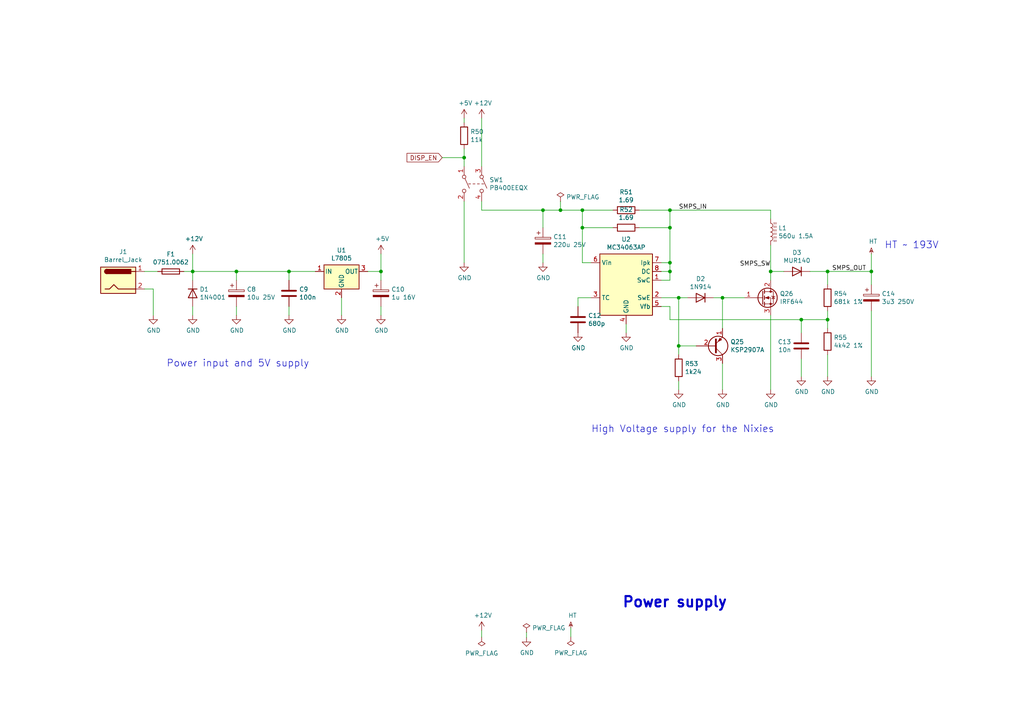
<source format=kicad_sch>
(kicad_sch (version 20211123) (generator eeschema)
  (paper "A4")
  (title_block (title "NixieTTL Clock") (rev "0"))
  (lib_symbols
    (symbol "Connector:Barrel_Jack" (pin_names (offset 1.016))
      (property "Reference" "J" (at 0 5.334 0))
      (property "Value" "Barrel_Jack" (at 0 -5.08 0))
      (symbol "Barrel_Jack_0_1"
        (rectangle (start -5.08 3.81) (end 5.08 -3.81) (stroke (width 0.254)) (fill (type background)))
        (arc (start -3.302 3.175) (mid -3.937 2.54) (end -3.302 1.905) (stroke (width 0.254)))
        (arc (start -3.302 3.175) (mid -3.937 2.54) (end -3.302 1.905) (stroke (width 0.254)) (fill (type outline)))
        (polyline (pts (xy 5.08 2.54) (xy 3.81 2.54)) (stroke (width 0.254)))
        (polyline (pts (xy -3.81 -2.54) (xy -2.54 -2.54) (xy -1.27 -1.27) (xy 0 -2.54) (xy 2.54 -2.54) (xy 5.08 -2.54)) (stroke (width 0.254)))
        (rectangle (start 3.683 3.175) (end -3.302 1.905) (stroke (width 0.254)) (fill (type outline)))
      )
      (symbol "Barrel_Jack_1_1"
        (pin passive line (at 7.62 2.54 180) (length 2.54) (name "~") (number "1"))
        (pin passive line (at 7.62 -2.54 180) (length 2.54) (name "~") (number "2"))
      )
    )
    (symbol "Device:C" (pin_numbers hide) (pin_names (offset 0.254))
      (property "Reference" "C" (at 0.635 2.54 0))
      (property "Value" "C" (at 0.635 -2.54 0))
      (symbol "C_0_1"
        (polyline (pts (xy -2.032 -0.762) (xy 2.032 -0.762)) (stroke (width 0.508)))
        (polyline (pts (xy -2.032 0.762) (xy 2.032 0.762)) (stroke (width 0.508)))
      )
      (symbol "C_1_1"
        (pin passive line (at 0 3.81 270) (length 2.794) (name "~") (number "1"))
        (pin passive line (at 0 -3.81 90) (length 2.794) (name "~") (number "2"))
      )
    )
    (symbol "Device:C_Polarized" (pin_numbers hide) (pin_names (offset 0.254))
      (property "Reference" "C" (at 0.635 2.54 0))
      (property "Value" "C_Polarized" (at 0.635 -2.54 0))
      (symbol "C_Polarized_0_1"
        (rectangle (start -2.286 0.508) (end 2.286 1.016))
        (polyline (pts (xy -1.778 2.286) (xy -0.762 2.286)))
        (polyline (pts (xy -1.27 2.794) (xy -1.27 1.778)))
        (rectangle (start 2.286 -0.508) (end -2.286 -1.016) (fill (type outline)))
      )
      (symbol "C_Polarized_1_1"
        (pin passive line (at 0 3.81 270) (length 2.794) (name "~") (number "1"))
        (pin passive line (at 0 -3.81 90) (length 2.794) (name "~") (number "2"))
      )
    )
    (symbol "Device:D" (pin_numbers hide) (pin_names (offset 1.016) hide)
      (property "Reference" "D" (at 0 2.54 0))
      (property "Value" "D" (at 0 -2.54 0))
      (symbol "D_0_1"
        (polyline (pts (xy -1.27 1.27) (xy -1.27 -1.27)) (stroke (width 0.254)))
        (polyline (pts (xy 1.27 0) (xy -1.27 0)))
        (polyline (pts (xy 1.27 1.27) (xy 1.27 -1.27) (xy -1.27 0) (xy 1.27 1.27)) (stroke (width 0.254)))
      )
      (symbol "D_1_1"
        (pin passive line (at -3.81 0 0) (length 2.54) (name "K") (number "1"))
        (pin passive line (at 3.81 0 180) (length 2.54) (name "A") (number "2"))
      )
    )
    (symbol "Device:Fuse" (pin_numbers hide) (pin_names (offset 0))
      (property "Reference" "F" (at 2.032 0 90))
      (property "Value" "Fuse" (at -1.905 0 90))
      (symbol "Fuse_0_1"
        (rectangle (start -0.762 -2.54) (end 0.762 2.54) (stroke (width 0.254)))
        (polyline (pts (xy 0 2.54) (xy 0 -2.54)))
      )
      (symbol "Fuse_1_1"
        (pin passive line (at 0 3.81 270) (length 1.27) (name "~") (number "1"))
        (pin passive line (at 0 -3.81 90) (length 1.27) (name "~") (number "2"))
      )
    )
    (symbol "Device:L_Ferrite" (pin_numbers hide) (pin_names (offset 1.016) hide)
      (property "Reference" "L" (at -1.27 0 90))
      (property "Value" "L_Ferrite" (at 2.794 0 90))
      (symbol "L_Ferrite_0_1"
        (arc (start 0 -2.54) (mid 0.635 -1.905) (end 0 -1.27))
        (arc (start 0 -1.27) (mid 0.635 -0.635) (end 0 0))
        (polyline (pts (xy 1.016 -2.794) (xy 1.016 -2.286)))
        (polyline (pts (xy 1.016 -1.778) (xy 1.016 -1.27)))
        (polyline (pts (xy 1.016 -0.762) (xy 1.016 -0.254)))
        (polyline (pts (xy 1.016 0.254) (xy 1.016 0.762)))
        (polyline (pts (xy 1.016 1.27) (xy 1.016 1.778)))
        (polyline (pts (xy 1.016 2.286) (xy 1.016 2.794)))
        (polyline (pts (xy 1.524 -2.286) (xy 1.524 -2.794)))
        (polyline (pts (xy 1.524 -1.27) (xy 1.524 -1.778)))
        (polyline (pts (xy 1.524 -0.254) (xy 1.524 -0.762)))
        (polyline (pts (xy 1.524 0.762) (xy 1.524 0.254)))
        (polyline (pts (xy 1.524 1.778) (xy 1.524 1.27)))
        (polyline (pts (xy 1.524 2.794) (xy 1.524 2.286)))
        (arc (start 0 0) (mid 0.635 0.635) (end 0 1.27))
        (arc (start 0 1.27) (mid 0.635 1.905) (end 0 2.54))
      )
      (symbol "L_Ferrite_1_1"
        (pin passive line (at 0 3.81 270) (length 1.27) (name "1") (number "1"))
        (pin passive line (at 0 -3.81 90) (length 1.27) (name "2") (number "2"))
      )
    )
    (symbol "Device:Q_NMOS_GDS" (pin_names (offset 0) hide)
      (property "Reference" "Q" (at 5.08 1.27 0))
      (property "Value" "Q_NMOS_GDS" (at 5.08 -1.27 0))
      (symbol "Q_NMOS_GDS_0_1"
        (polyline (pts (xy 0.254 0) (xy -2.54 0)))
        (polyline (pts (xy 0.254 1.905) (xy 0.254 -1.905)) (stroke (width 0.254)))
        (polyline (pts (xy 0.762 -1.27) (xy 0.762 -2.286)) (stroke (width 0.254)))
        (polyline (pts (xy 0.762 0.508) (xy 0.762 -0.508)) (stroke (width 0.254)))
        (polyline (pts (xy 0.762 2.286) (xy 0.762 1.27)) (stroke (width 0.254)))
        (polyline (pts (xy 2.54 2.54) (xy 2.54 1.778)))
        (polyline (pts (xy 2.54 -2.54) (xy 2.54 0) (xy 0.762 0)))
        (polyline (pts (xy 0.762 -1.778) (xy 3.302 -1.778) (xy 3.302 1.778) (xy 0.762 1.778)))
        (polyline (pts (xy 1.016 0) (xy 2.032 0.381) (xy 2.032 -0.381) (xy 1.016 0)) (fill (type outline)))
        (polyline (pts (xy 2.794 0.508) (xy 2.921 0.381) (xy 3.683 0.381) (xy 3.81 0.254)))
        (polyline (pts (xy 3.302 0.381) (xy 2.921 -0.254) (xy 3.683 -0.254) (xy 3.302 0.381)))
        (circle (center 1.651 0) (radius 2.794) (stroke (width 0.254)))
        (circle (center 2.54 -1.778) (radius 0.254) (fill (type outline)))
        (circle (center 2.54 1.778) (radius 0.254) (fill (type outline)))
      )
      (symbol "Q_NMOS_GDS_1_1"
        (pin input line (at -5.08 0 0) (length 2.54) (name "G") (number "1"))
        (pin passive line (at 2.54 5.08 270) (length 2.54) (name "D") (number "2"))
        (pin passive line (at 2.54 -5.08 90) (length 2.54) (name "S") (number "3"))
      )
    )
    (symbol "Device:Q_PNP_EBC" (pin_names (offset 0) hide)
      (property "Reference" "Q" (at 5.08 1.27 0))
      (property "Value" "Q_PNP_EBC" (at 5.08 -1.27 0))
      (symbol "Q_PNP_EBC_0_1"
        (polyline (pts (xy 0.635 0.635) (xy 2.54 2.54)))
        (polyline (pts (xy 0.635 -0.635) (xy 2.54 -2.54) (xy 2.54 -2.54)))
        (polyline (pts (xy 0.635 1.905) (xy 0.635 -1.905) (xy 0.635 -1.905)) (stroke (width 0.508)))
        (polyline (pts (xy 2.286 -1.778) (xy 1.778 -2.286) (xy 1.27 -1.27) (xy 2.286 -1.778) (xy 2.286 -1.778)) (fill (type outline)))
        (circle (center 1.27 0) (radius 2.8194) (stroke (width 0.254)))
      )
      (symbol "Q_PNP_EBC_1_1"
        (pin passive line (at 2.54 -5.08 90) (length 2.54) (name "E") (number "1"))
        (pin input line (at -5.08 0 0) (length 5.715) (name "B") (number "2"))
        (pin passive line (at 2.54 5.08 270) (length 2.54) (name "C") (number "3"))
      )
    )
    (symbol "Device:R" (pin_numbers hide) (pin_names (offset 0))
      (property "Reference" "R" (at 2.032 0 90))
      (property "Value" "R" (at 0 0 90))
      (symbol "R_0_1"
        (rectangle (start -1.016 -2.54) (end 1.016 2.54) (stroke (width 0.254)))
      )
      (symbol "R_1_1"
        (pin passive line (at 0 3.81 270) (length 1.27) (name "~") (number "1"))
        (pin passive line (at 0 -3.81 90) (length 1.27) (name "~") (number "2"))
      )
    )
    (symbol "Diode:1N4001" (pin_numbers hide) (pin_names (offset 1.016) hide)
      (property "Reference" "D" (at 0 2.54 0))
      (property "Value" "1N4001" (at 0 -2.54 0))
      (symbol "1N4001_0_1"
        (polyline (pts (xy -1.27 1.27) (xy -1.27 -1.27)) (stroke (width 0.254)))
        (polyline (pts (xy 1.27 0) (xy -1.27 0)))
        (polyline (pts (xy 1.27 1.27) (xy 1.27 -1.27) (xy -1.27 0) (xy 1.27 1.27)) (stroke (width 0.254)))
      )
      (symbol "1N4001_1_1"
        (pin passive line (at -3.81 0 0) (length 2.54) (name "K") (number "1"))
        (pin passive line (at 3.81 0 180) (length 2.54) (name "A") (number "2"))
      )
    )
    (symbol "Diode:1N914" (pin_numbers hide) (pin_names (offset 1.016) hide)
      (property "Reference" "D" (at 0 2.54 0))
      (property "Value" "1N914" (at 0 -2.54 0))
      (symbol "1N914_0_1"
        (polyline (pts (xy -1.27 1.27) (xy -1.27 -1.27)) (stroke (width 0.254)))
        (polyline (pts (xy 1.27 0) (xy -1.27 0)))
        (polyline (pts (xy 1.27 1.27) (xy 1.27 -1.27) (xy -1.27 0) (xy 1.27 1.27)) (stroke (width 0.254)))
      )
      (symbol "1N914_1_1"
        (pin passive line (at -3.81 0 0) (length 2.54) (name "K") (number "1"))
        (pin passive line (at 3.81 0 180) (length 2.54) (name "A") (number "2"))
      )
    )
    (symbol "Regulator_Linear:L7805" (pin_names (offset 0.254))
      (property "Reference" "U" (at -3.81 3.175 0))
      (property "Value" "L7805" (at 0 3.175 0))
      (symbol "L7805_0_1"
        (rectangle (start -5.08 1.905) (end 5.08 -5.08) (stroke (width 0.254)) (fill (type background)))
      )
      (symbol "L7805_1_1"
        (pin power_in line (at -7.62 0 0) (length 2.54) (name "IN") (number "1"))
        (pin power_in line (at 0 -7.62 90) (length 2.54) (name "GND") (number "2"))
        (pin power_out line (at 7.62 0 180) (length 2.54) (name "OUT") (number "3"))
      )
    )
    (symbol "Regulator_Switching:MC34063AP"
      (property "Reference" "U" (at -7.62 8.89 0))
      (property "Value" "MC34063AP" (at 0 8.89 0))
      (symbol "MC34063AP_0_1"
        (rectangle (start -7.62 7.62) (end 7.62 -10.16) (stroke (width 0.254)) (fill (type background)))
      )
      (symbol "MC34063AP_1_1"
        (pin open_collector line (at 10.16 0 180) (length 2.54) (name "SwC") (number "1"))
        (pin open_emitter line (at 10.16 -5.08 180) (length 2.54) (name "SwE") (number "2"))
        (pin passive line (at -10.16 -5.08 0) (length 2.54) (name "TC") (number "3"))
        (pin power_in line (at 0 -12.7 90) (length 2.54) (name "GND") (number "4"))
        (pin input line (at 10.16 -7.62 180) (length 2.54) (name "Vfb") (number "5"))
        (pin power_in line (at -10.16 5.08 0) (length 2.54) (name "Vin") (number "6"))
        (pin input line (at 10.16 5.08 180) (length 2.54) (name "Ipk") (number "7"))
        (pin open_collector line (at 10.16 2.54 180) (length 2.54) (name "DC") (number "8"))
      )
    )
    (symbol "Switch:SW_DPST" (pin_names (offset 0) hide)
      (property "Reference" "SW" (at 0 5.08 0))
      (property "Value" "SW_DPST" (at 0 -5.08 0))
      (symbol "SW_DPST_0_0"
        (circle (center -2.032 -2.54) (radius 0.508))
        (circle (center -2.032 2.54) (radius 0.508))
        (polyline (pts (xy -1.524 -2.286) (xy 1.27 -1.016)))
        (polyline (pts (xy -1.524 2.794) (xy 1.27 4.064)))
        (polyline (pts (xy 0 -1.27) (xy 0 -0.635)))
        (polyline (pts (xy 0 0) (xy 0 0.635)))
        (polyline (pts (xy 0 1.27) (xy 0 1.905)))
        (polyline (pts (xy 0 2.54) (xy 0 3.175)))
        (circle (center 2.032 -2.54) (radius 0.508))
        (circle (center 2.032 2.54) (radius 0.508))
      )
      (symbol "SW_DPST_1_1"
        (pin passive line (at -5.08 -2.54 0) (length 2.54) (name "1") (number "1"))
        (pin passive line (at 5.08 -2.54 180) (length 2.54) (name "2") (number "2"))
        (pin passive line (at -5.08 2.54 0) (length 2.54) (name "3") (number "3"))
        (pin passive line (at 5.08 2.54 180) (length 2.54) (name "4") (number "4"))
      )
    )
    (symbol "power:+12V" (power) (pin_names (offset 0))
      (property "Value" "+12V" (at 0 3.556 0))
      (symbol "+12V_0_1"
        (polyline (pts (xy -0.762 1.27) (xy 0 2.54)))
        (polyline (pts (xy 0 0) (xy 0 2.54)))
        (polyline (pts (xy 0 2.54) (xy 0.762 1.27)))
      )
      (symbol "+12V_1_1"
        (pin power_in line (at 0 0 90) (length 0) hide (name "+12V") (number "1"))
      )
    )
    (symbol "power:+5V" (power) (pin_names (offset 0))
      (property "Value" "+5V" (at 0 3.556 0))
      (symbol "+5V_0_1"
        (polyline (pts (xy -0.762 1.27) (xy 0 2.54)))
        (polyline (pts (xy 0 0) (xy 0 2.54)))
        (polyline (pts (xy 0 2.54) (xy 0.762 1.27)))
      )
      (symbol "+5V_1_1"
        (pin power_in line (at 0 0 90) (length 0) hide (name "+5V") (number "1"))
      )
    )
    (symbol "power:GND" (power) (pin_names (offset 0))
      (property "Value" "GND" (at 0 -3.81 0))
      (symbol "GND_0_1"
        (polyline (pts (xy 0 0) (xy 0 -1.27) (xy 1.27 -1.27) (xy 0 -2.54) (xy -1.27 -1.27) (xy 0 -1.27)))
      )
      (symbol "GND_1_1"
        (pin power_in line (at 0 0 270) (length 0) hide (name "GND") (number "1"))
      )
    )
    (symbol "power:HT" (power) (pin_names (offset 0))
      (property "Value" "HT" (at 0 2.286 0))
      (symbol "HT_0_0"
        (pin power_in line (at 0 0 90) (length 0) hide (name "HT") (number "1"))
      )
      (symbol "HT_0_1"
        (polyline (pts (xy 0 0) (xy 0 1.016) (xy 0 1.016)))
        (polyline (pts (xy 0 1.016) (xy 0.508 0.508) (xy 0 1.778) (xy -0.508 0.508) (xy 0 1.016) (xy 0 1.016)))
      )
    )
    (symbol "power:PWR_FLAG" (power) (pin_numbers hide) (pin_names (offset 0) hide)
      (property "Value" "PWR_FLAG" (at 0 3.81 0))
      (symbol "PWR_FLAG_0_0"
        (pin power_out line (at 0 0 90) (length 0) (name "pwr") (number "1"))
      )
      (symbol "PWR_FLAG_0_1"
        (polyline (pts (xy 0 0) (xy 0 1.27) (xy -1.016 1.905) (xy 0 2.54) (xy 1.016 1.905) (xy 0 1.27)))
      )
    )
  )
  (junction (at 240.03 92.71))
  (junction (at 134.62 45.72))
  (junction (at 232.41 92.71))
  (junction (at 168.91 60.96))
  (junction (at 110.49 78.74))
  (junction (at 196.85 86.36))
  (junction (at 240.03 78.74))
  (junction (at 194.31 60.96))
  (junction (at 168.91 66.04))
  (junction (at 223.52 78.74))
  (junction (at 194.31 76.2))
  (junction (at 162.56 60.96))
  (junction (at 157.48 60.96))
  (junction (at 194.31 78.74))
  (junction (at 55.88 78.74))
  (junction (at 194.31 66.04))
  (junction (at 68.58 78.74))
  (junction (at 252.73 78.74))
  (junction (at 196.85 100.33))
  (junction (at 83.82 78.74))
  (junction (at 209.55 86.36))
  (wire (pts (xy 157.48 66.04) (xy 157.48 60.96)))
  (wire (pts (xy 53.34 78.74) (xy 55.88 78.74)))
  (wire (pts (xy 223.52 78.74) (xy 223.52 81.28)))
  (wire (pts (xy 232.41 92.71) (xy 240.03 92.71)))
  (wire (pts (xy 68.58 78.74) (xy 83.82 78.74)))
  (wire (pts (xy 134.62 35.56) (xy 134.62 34.29)))
  (wire (pts (xy 106.68 78.74) (xy 110.49 78.74)))
  (wire (pts (xy 194.31 60.96) (xy 223.52 60.96)))
  (wire (pts (xy 110.49 73.66) (xy 110.49 78.74)))
  (wire (pts (xy 181.61 96.52) (xy 181.61 93.98)))
  (wire (pts (xy 209.55 86.36) (xy 209.55 95.25)))
  (wire (pts (xy 240.03 82.55) (xy 240.03 78.74)))
  (wire (pts (xy 139.7 58.42) (xy 139.7 60.96)))
  (wire (pts (xy 99.06 86.36) (xy 99.06 91.44)))
  (wire (pts (xy 139.7 34.29) (xy 139.7 48.26)))
  (wire (pts (xy 139.7 182.88) (xy 139.7 184.785)))
  (wire (pts (xy 240.03 90.17) (xy 240.03 92.71)))
  (wire (pts (xy 194.31 78.74) (xy 194.31 76.2)))
  (wire (pts (xy 223.52 63.5) (xy 223.52 60.96)))
  (wire (pts (xy 152.7048 183.4134) (xy 152.7048 184.9374)))
  (wire (pts (xy 194.31 66.04) (xy 194.31 60.96)))
  (wire (pts (xy 223.52 71.12) (xy 223.52 78.74)))
  (wire (pts (xy 207.01 86.36) (xy 209.55 86.36)))
  (wire (pts (xy 196.85 86.36) (xy 191.77 86.36)))
  (wire (pts (xy 157.48 60.96) (xy 162.56 60.96)))
  (wire (pts (xy 191.77 81.28) (xy 194.31 81.28)))
  (wire (pts (xy 191.77 78.74) (xy 194.31 78.74)))
  (wire (pts (xy 55.88 88.9) (xy 55.88 91.44)))
  (wire (pts (xy 134.62 43.18) (xy 134.62 45.72)))
  (wire (pts (xy 194.31 81.28) (xy 194.31 78.74)))
  (wire (pts (xy 55.88 78.74) (xy 55.88 81.28)))
  (wire (pts (xy 162.56 58.42) (xy 162.56 60.96)))
  (wire (pts (xy 165.5572 182.1434) (xy 165.5572 184.6834)))
  (wire (pts (xy 83.82 78.74) (xy 83.82 81.28)))
  (wire (pts (xy 196.85 102.87) (xy 196.85 100.33)))
  (wire (pts (xy 167.64 86.36) (xy 171.45 86.36)))
  (wire (pts (xy 168.91 60.96) (xy 177.8 60.96)))
  (wire (pts (xy 227.33 78.74) (xy 223.52 78.74)))
  (wire (pts (xy 134.62 45.72) (xy 134.62 48.26)))
  (wire (pts (xy 162.56 60.96) (xy 168.91 60.96)))
  (wire (pts (xy 191.77 88.9) (xy 194.31 88.9)))
  (wire (pts (xy 44.45 91.44) (xy 44.45 83.82)))
  (wire (pts (xy 209.55 113.03) (xy 209.55 105.41)))
  (wire (pts (xy 110.49 91.44) (xy 110.49 88.9)))
  (wire (pts (xy 194.31 76.2) (xy 194.31 66.04)))
  (wire (pts (xy 157.48 76.2) (xy 157.48 73.66)))
  (wire (pts (xy 68.58 91.44) (xy 68.58 88.9)))
  (wire (pts (xy 196.85 100.33) (xy 196.85 86.36)))
  (wire (pts (xy 45.72 78.74) (xy 41.91 78.74)))
  (wire (pts (xy 168.91 76.2) (xy 168.91 66.04)))
  (wire (pts (xy 44.45 83.82) (xy 41.91 83.82)))
  (wire (pts (xy 191.77 76.2) (xy 194.31 76.2)))
  (wire (pts (xy 167.64 88.9) (xy 167.64 86.36)))
  (wire (pts (xy 168.91 66.04) (xy 168.91 60.96)))
  (wire (pts (xy 252.73 82.55) (xy 252.73 78.74)))
  (wire (pts (xy 223.52 113.03) (xy 223.52 91.44)))
  (wire (pts (xy 196.85 113.03) (xy 196.85 110.49)))
  (wire (pts (xy 83.82 88.9) (xy 83.82 91.44)))
  (wire (pts (xy 55.88 73.66) (xy 55.88 78.74)))
  (wire (pts (xy 194.31 92.71) (xy 232.41 92.71)))
  (wire (pts (xy 185.42 66.04) (xy 194.31 66.04)))
  (wire (pts (xy 83.82 78.74) (xy 91.44 78.74)))
  (wire (pts (xy 68.58 78.74) (xy 55.88 78.74)))
  (wire (pts (xy 240.03 92.71) (xy 240.03 95.25)))
  (wire (pts (xy 201.93 100.33) (xy 196.85 100.33)))
  (wire (pts (xy 194.31 88.9) (xy 194.31 92.71)))
  (wire (pts (xy 232.41 96.52) (xy 232.41 92.71)))
  (wire (pts (xy 240.03 78.74) (xy 234.95 78.74)))
  (wire (pts (xy 157.48 60.96) (xy 139.7 60.96)))
  (wire (pts (xy 215.9 86.36) (xy 209.55 86.36)))
  (wire (pts (xy 171.45 76.2) (xy 168.91 76.2)))
  (wire (pts (xy 252.73 78.74) (xy 240.03 78.74)))
  (wire (pts (xy 68.58 81.28) (xy 68.58 78.74)))
  (wire (pts (xy 196.85 86.36) (xy 199.39 86.36)))
  (wire (pts (xy 252.73 109.22) (xy 252.73 90.17)))
  (wire (pts (xy 252.73 73.66) (xy 252.73 78.74)))
  (wire (pts (xy 128.27 45.72) (xy 134.62 45.72)))
  (wire (pts (xy 134.62 76.2) (xy 134.62 58.42)))
  (wire (pts (xy 177.8 66.04) (xy 168.91 66.04)))
  (wire (pts (xy 110.49 78.74) (xy 110.49 81.28)))
  (wire (pts (xy 194.31 60.96) (xy 185.42 60.96)))
  (wire (pts (xy 240.03 109.22) (xy 240.03 102.87)))
  (wire (pts (xy 232.41 109.22) (xy 232.41 104.14)))
  (text "Power supply" (at 180.34 176.53 0) (effects (font (size 2.9972 2.9972) (thickness 0.5994) bold) (justify left bottom)))
  (text "Power input and 5V supply" (at 48.26 106.68 0) (effects (font (size 2.0066 2.0066)) (justify left bottom)))
  (text "High Voltage supply for the Nixies" (at 171.45 125.73 0) (effects (font (size 2.0066 2.0066)) (justify left bottom)))
  (text "HT ~ 193V" (at 256.54 72.39 0) (effects (font (size 2.0066 2.0066)) (justify left bottom)))
  (label "SMPS_OUT" (at 241.3 78.74 0))
  (label "SMPS_SW" (at 223.52 77.47 180))
  (label "SMPS_IN" (at 196.85 60.96 0))
  (global_label "DISP_EN" (shape input) (at 128.27 45.72 180) (property "Intersheet References" "${INTERSHEET_REFS}" (effects hide)))
  (symbol (lib_id "Regulator_Switching:MC34063AP") (at 181.61 81.28 0) (unit 1)
    (property "Reference" "U2" (at 181.61 69.4182 0))
    (property "Value" "MC34063AP" (at 181.61 71.7296 0))
    (property "Footprint" "Package_DIP:DIP-8_W7.62mm" (effects hide))
    (property "Datasheet" "http://www.onsemi.com/pub_link/Collateral/MC34063A-D.PDF" (effects hide))
  )
  (symbol (lib_id "Device:R") (at 196.85 106.68 0) (unit 1)
    (property "Reference" "R53" (at 198.628 105.5116 0) (effects (justify left)))
    (property "Value" "1k24" (at 198.628 107.823 0) (effects (justify left)))
    (property "Footprint" "Resistor_THT:R_Axial_DIN0207_L6.3mm_D2.5mm_P10.16mm_Horizontal" (effects hide))
  )
  (symbol (lib_id "Device:C") (at 232.41 100.33 0) (mirror y) (unit 1)
    (property "Reference" "C13" (at 229.489 99.1616 0) (effects (justify left)))
    (property "Value" "10n" (at 229.489 101.473 0) (effects (justify left)))
    (property "Footprint" "Capacitor_THT:C_Rect_L7.0mm_W2.5mm_P5.00mm" (effects hide))
  )
  (symbol (lib_id "Device:C_Polarized") (at 157.48 69.85 0) (unit 1)
    (property "Reference" "C11" (at 160.4772 68.6816 0) (effects (justify left)))
    (property "Value" "220u 25V" (at 160.4772 70.993 0) (effects (justify left)))
    (property "Footprint" "Capacitor_THT:CP_Radial_D8.0mm_P3.80mm" (effects hide))
  )
  (symbol (lib_id "power:GND") (at 196.85 113.03 0) (unit 1)
    (property "Reference" "#PWR048" (effects hide))
    (property "Value" "GND" (at 196.977 117.4242 0))
  )
  (symbol (lib_id "power:GND") (at 209.55 113.03 0) (unit 1)
    (property "Reference" "#PWR049" (effects hide))
    (property "Value" "GND" (at 209.677 117.4242 0))
  )
  (symbol (lib_id "power:GND") (at 157.48 76.2 0) (unit 1)
    (property "Reference" "#PWR045" (effects hide))
    (property "Value" "GND" (at 157.607 80.5942 0))
  )
  (symbol (lib_id "Device:C") (at 167.64 92.71 0) (unit 1)
    (property "Reference" "C12" (at 170.561 91.5416 0) (effects (justify left)))
    (property "Value" "680p" (at 170.561 93.853 0) (effects (justify left)))
    (property "Footprint" "Capacitor_THT:C_Rect_L7.0mm_W4.5mm_P5.00mm" (effects hide))
  )
  (symbol (lib_id "power:GND") (at 167.64 96.52 0) (unit 1)
    (property "Reference" "#PWR046" (effects hide))
    (property "Value" "GND" (at 167.767 100.9142 0))
  )
  (symbol (lib_id "Device:D") (at 231.14 78.74 180) (unit 1)
    (property "Reference" "D3" (at 231.14 73.2536 0))
    (property "Value" "MUR140" (at 231.14 75.565 0))
    (property "Footprint" "Diode_THT:D_DO-41_SOD81_P7.62mm_Horizontal" (effects hide))
  )
  (symbol (lib_id "Device:R") (at 240.03 86.36 0) (unit 1)
    (property "Reference" "R54" (at 241.808 85.1916 0) (effects (justify left)))
    (property "Value" "681k 1%" (at 241.808 87.503 0) (effects (justify left)))
    (property "Footprint" "Resistor_THT:R_Axial_DIN0207_L6.3mm_D2.5mm_P10.16mm_Horizontal" (effects hide))
  )
  (symbol (lib_id "Device:R") (at 240.03 99.06 0) (unit 1)
    (property "Reference" "R55" (at 241.808 97.8916 0) (effects (justify left)))
    (property "Value" "4k42 1%" (at 241.808 100.203 0) (effects (justify left)))
    (property "Footprint" "Resistor_THT:R_Axial_DIN0207_L6.3mm_D2.5mm_P10.16mm_Horizontal" (effects hide))
  )
  (symbol (lib_id "power:GND") (at 223.52 113.03 0) (unit 1)
    (property "Reference" "#PWR050" (effects hide))
    (property "Value" "GND" (at 223.647 117.4242 0))
  )
  (symbol (lib_id "power:GND") (at 232.41 109.22 0) (unit 1)
    (property "Reference" "#PWR051" (effects hide))
    (property "Value" "GND" (at 232.537 113.6142 0))
  )
  (symbol (lib_id "power:GND") (at 240.03 109.22 0) (unit 1)
    (property "Reference" "#PWR052" (effects hide))
    (property "Value" "GND" (at 240.157 113.6142 0))
  )
  (symbol (lib_id "Device:C_Polarized") (at 252.73 86.36 0) (unit 1)
    (property "Reference" "C14" (at 255.7272 85.1916 0) (effects (justify left)))
    (property "Value" "3u3 250V" (at 255.7272 87.503 0) (effects (justify left)))
    (property "Footprint" "Capacitor_THT:CP_Radial_D8.0mm_P3.80mm" (effects hide))
  )
  (symbol (lib_id "power:GND") (at 252.73 109.22 0) (unit 1)
    (property "Reference" "#PWR054" (effects hide))
    (property "Value" "GND" (at 252.857 113.6142 0))
  )
  (symbol (lib_id "Device:R") (at 181.61 60.96 270) (unit 1)
    (property "Reference" "R51" (at 181.61 55.7022 90))
    (property "Value" "1.69" (at 181.61 58.0136 90))
    (property "Footprint" "Resistor_THT:R_Axial_DIN0207_L6.3mm_D2.5mm_P10.16mm_Horizontal" (effects hide))
  )
  (symbol (lib_id "Device:R") (at 181.61 66.04 270) (unit 1)
    (property "Reference" "R52" (at 181.61 60.7822 90))
    (property "Value" "1.69" (at 181.61 63.0936 90))
    (property "Footprint" "Resistor_THT:R_Axial_DIN0207_L6.3mm_D2.5mm_P10.16mm_Horizontal" (effects hide))
  )
  (symbol (lib_id "power:GND") (at 181.61 96.52 0) (unit 1)
    (property "Reference" "#PWR047" (effects hide))
    (property "Value" "GND" (at 181.737 100.9142 0))
  )
  (symbol (lib_id "Regulator_Linear:L7805") (at 99.06 78.74 0) (unit 1)
    (property "Reference" "U1" (at 99.06 72.5932 0))
    (property "Value" "L7805" (at 99.06 74.9046 0))
    (property "Footprint" "Package_TO_SOT_THT:TO-220-3_Vertical" (effects hide))
    (property "Datasheet" "http://www.st.com/content/ccc/resource/technical/document/datasheet/41/4f/b3/b0/12/d4/47/88/CD00000444.pdf/files/CD00000444.pdf/jcr:content/translations/en.CD00000444.pdf" (effects hide))
  )
  (symbol (lib_id "Device:C_Polarized") (at 68.58 85.09 0) (unit 1)
    (property "Reference" "C8" (at 71.5772 83.9216 0) (effects (justify left)))
    (property "Value" "10u 25V" (at 71.5772 86.233 0) (effects (justify left)))
    (property "Footprint" "Capacitor_THT:CP_Radial_D5.0mm_P2.50mm" (effects hide))
  )
  (symbol (lib_id "Device:C_Polarized") (at 110.49 85.09 0) (unit 1)
    (property "Reference" "C10" (at 113.4872 83.9216 0) (effects (justify left)))
    (property "Value" "1u 16V" (at 113.4872 86.233 0) (effects (justify left)))
    (property "Footprint" "Capacitor_THT:CP_Radial_D5.0mm_P2.50mm" (effects hide))
  )
  (symbol (lib_id "Connector:Barrel_Jack") (at 34.29 81.28 0) (unit 1)
    (property "Reference" "J1" (at 35.7378 73.025 0))
    (property "Value" "Barrel_Jack" (at 35.7378 75.3364 0))
    (property "Footprint" "Connector_BarrelJack:BarrelJack_Horizontal" (effects hide))
  )
  (symbol (lib_id "power:GND") (at 68.58 91.44 0) (unit 1)
    (property "Reference" "#PWR037" (effects hide))
    (property "Value" "GND" (at 68.707 95.8342 0))
  )
  (symbol (lib_id "power:GND") (at 99.06 91.44 0) (unit 1)
    (property "Reference" "#PWR039" (effects hide))
    (property "Value" "GND" (at 99.187 95.8342 0))
  )
  (symbol (lib_id "power:GND") (at 110.49 91.44 0) (unit 1)
    (property "Reference" "#PWR041" (effects hide))
    (property "Value" "GND" (at 110.617 95.8342 0))
  )
  (symbol (lib_id "power:HT") (at 252.73 73.66 0) (unit 1)
    (property "Reference" "#PWR053" (effects hide))
    (property "Value" "HT" (at 253.238 70.0278 0))
  )
  (symbol (lib_id "power:+5V") (at 110.49 73.66 0) (unit 1)
    (property "Reference" "#PWR040" (effects hide))
    (property "Value" "+5V" (at 110.871 69.2658 0))
  )
  (symbol (lib_id "power:+12V") (at 55.88 73.66 0) (unit 1)
    (property "Reference" "#PWR035" (effects hide))
    (property "Value" "+12V" (at 56.261 69.2658 0))
  )
  (symbol (lib_id "Device:Fuse") (at 49.53 78.74 270) (unit 1)
    (property "Reference" "F1" (at 49.53 73.7362 90))
    (property "Value" "0751.0062" (at 49.53 76.0476 90))
    (property "Footprint" "NixieClock:5x20 fuse" (effects hide))
  )
  (symbol (lib_id "power:GND") (at 55.88 91.44 0) (unit 1)
    (property "Reference" "#PWR036" (effects hide))
    (property "Value" "GND" (at 56.007 95.8342 0))
  )
  (symbol (lib_id "power:GND") (at 44.45 91.44 0) (unit 1)
    (property "Reference" "#PWR034" (effects hide))
    (property "Value" "GND" (at 44.577 95.8342 0))
  )
  (symbol (lib_id "power:+12V") (at 139.7 34.29 0) (unit 1)
    (property "Reference" "#PWR044" (effects hide))
    (property "Value" "+12V" (at 140.081 29.8958 0))
  )
  (symbol (lib_id "Switch:SW_DPST") (at 137.16 53.34 270) (unit 1)
    (property "Reference" "SW1" (at 141.9352 52.1716 90) (effects (justify left)))
    (property "Value" "PB400EEQX" (at 141.9352 54.483 90) (effects (justify left)))
    (property "Footprint" "NixieClock:PB400EEQX" (effects hide))
  )
  (symbol (lib_id "power:+5V") (at 134.62 34.29 0) (unit 1)
    (property "Reference" "#PWR042" (effects hide))
    (property "Value" "+5V" (at 135.001 29.8958 0))
  )
  (symbol (lib_id "power:GND") (at 134.62 76.2 0) (unit 1)
    (property "Reference" "#PWR043" (effects hide))
    (property "Value" "GND" (at 134.747 80.5942 0))
  )
  (symbol (lib_id "Device:R") (at 134.62 39.37 180) (unit 1)
    (property "Reference" "R50" (at 136.398 38.2016 0) (effects (justify right)))
    (property "Value" "11k" (at 136.398 40.513 0) (effects (justify right)))
    (property "Footprint" "Resistor_THT:R_Axial_DIN0207_L6.3mm_D2.5mm_P10.16mm_Horizontal" (effects hide))
  )
  (symbol (lib_id "Device:L_Ferrite") (at 223.52 67.31 0) (unit 1)
    (property "Reference" "L1" (at 225.7552 66.1416 0) (effects (justify left)))
    (property "Value" "560u 1.5A" (at 225.7552 68.453 0) (effects (justify left)))
    (property "Footprint" "Inductor_THT:L_Radial_D12.0mm_P6.00mm_MuRATA_1900R" (effects hide))
  )
  (symbol (lib_id "Diode:1N4001") (at 55.88 85.09 270) (unit 1)
    (property "Reference" "D1" (at 57.8866 83.9216 90) (effects (justify left)))
    (property "Value" "1N4001" (at 57.8866 86.233 90) (effects (justify left)))
    (property "Footprint" "Diode_THT:D_DO-41_SOD81_P10.16mm_Horizontal" (effects hide))
    (property "Datasheet" "http://www.vishay.com/docs/88503/1n4001.pdf" (effects hide))
  )
  (symbol (lib_id "Diode:1N914") (at 203.2 86.36 180) (unit 1)
    (property "Reference" "D2" (at 203.2 80.8736 0))
    (property "Value" "1N914" (at 203.2 83.185 0))
    (property "Footprint" "Diode_THT:D_DO-35_SOD27_P7.62mm_Horizontal" (effects hide))
    (property "Datasheet" "http://www.vishay.com/docs/85622/1n914.pdf" (effects hide))
  )
  (symbol (lib_id "Device:Q_PNP_EBC") (at 207.01 100.33 0) (mirror x) (unit 1)
    (property "Reference" "Q25" (at 211.836 99.1616 0) (effects (justify left)))
    (property "Value" "KSP2907A" (at 211.836 101.473 0) (effects (justify left)))
    (property "Footprint" "Package_TO_SOT_THT:TO-92_Inline_Wide" (effects hide))
  )
  (symbol (lib_id "Device:Q_NMOS_GDS") (at 220.98 86.36 0) (unit 1)
    (property "Reference" "Q26" (at 226.1616 85.1916 0) (effects (justify left)))
    (property "Value" "IRF644" (at 226.1616 87.503 0) (effects (justify left)))
    (property "Footprint" "Package_TO_SOT_THT:TO-220-3_Vertical" (effects hide))
  )
  (symbol (lib_id "power:GND") (at 152.7048 184.9374 0) (unit 1)
    (property "Reference" "#PWR0148" (effects hide))
    (property "Value" "GND" (at 152.8318 189.3316 0))
  )
  (symbol (lib_id "power:PWR_FLAG") (at 152.7048 183.4134 0) (unit 1)
    (property "Reference" "#FLG0101" (effects hide))
    (property "Value" "PWR_FLAG" (at 154.3558 182.1433 0) (effects (justify left)))
  )
  (symbol (lib_id "power:GND") (at 83.82 91.44 0) (unit 1)
    (property "Reference" "#PWR038" (effects hide))
    (property "Value" "GND" (at 83.947 95.8342 0))
  )
  (symbol (lib_id "power:PWR_FLAG") (at 162.56 58.42 0) (unit 1)
    (property "Reference" "#FLG0104" (effects hide))
    (property "Value" "PWR_FLAG" (at 164.211 57.1499 0) (effects (justify left)))
  )
  (symbol (lib_id "power:PWR_FLAG") (at 139.7 184.785 180) (unit 1)
    (property "Reference" "#FLG0102" (effects hide))
    (property "Value" "PWR_FLAG" (at 139.7 189.484 0))
  )
  (symbol (lib_id "Device:C") (at 83.82 85.09 0) (unit 1)
    (property "Reference" "C9" (at 86.741 83.9216 0) (effects (justify left)))
    (property "Value" "100n" (at 86.741 86.233 0) (effects (justify left)))
    (property "Footprint" "Capacitor_THT:C_Rect_L7.0mm_W2.5mm_P5.00mm" (effects hide))
  )
  (symbol (lib_id "power:PWR_FLAG") (at 165.5572 184.6834 180) (unit 1)
    (property "Reference" "#FLG0103" (effects hide))
    (property "Value" "PWR_FLAG" (at 165.5572 189.3824 0))
  )
  (symbol (lib_id "power:HT") (at 165.5572 182.1434 0) (unit 1)
    (property "Reference" "#PWR0149" (effects hide))
    (property "Value" "HT" (at 166.0652 178.5112 0))
  )
  (symbol (lib_id "power:+12V") (at 139.7 182.88 0) (unit 1)
    (property "Reference" "#PWR0147" (effects hide))
    (property "Value" "+12V" (at 140.081 178.4858 0))
  )
)
</source>
